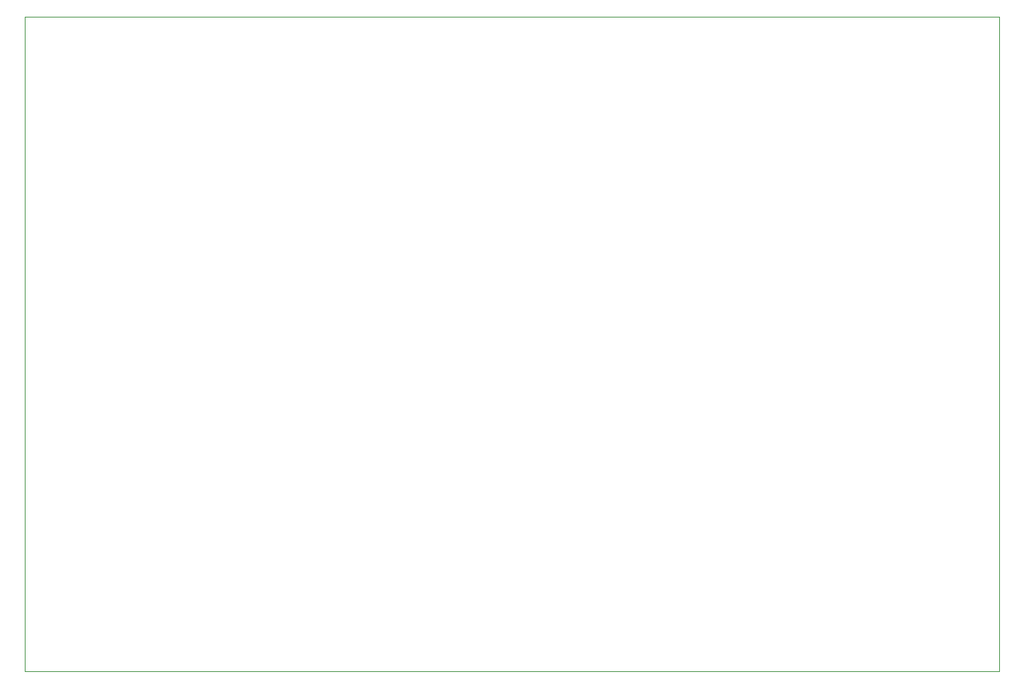
<source format=gbr>
%TF.GenerationSoftware,KiCad,Pcbnew,9.0.1*%
%TF.CreationDate,2026-02-02T13:33:26+05:30*%
%TF.ProjectId,robotics_controller,726f626f-7469-4637-935f-636f6e74726f,rev?*%
%TF.SameCoordinates,Original*%
%TF.FileFunction,Profile,NP*%
%FSLAX46Y46*%
G04 Gerber Fmt 4.6, Leading zero omitted, Abs format (unit mm)*
G04 Created by KiCad (PCBNEW 9.0.1) date 2026-02-02 13:33:26*
%MOMM*%
%LPD*%
G01*
G04 APERTURE LIST*
%TA.AperFunction,Profile*%
%ADD10C,0.050000*%
%TD*%
G04 APERTURE END LIST*
D10*
X128047357Y-34429222D02*
X241187357Y-34429222D01*
X241187357Y-110479222D01*
X128047357Y-110479222D01*
X128047357Y-34429222D01*
M02*

</source>
